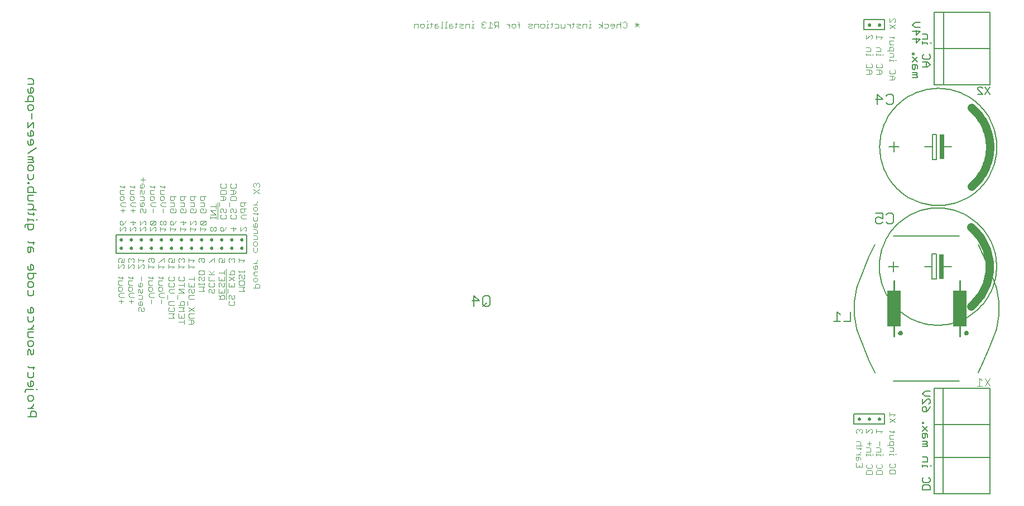
<source format=gbo>
G75*
G70*
%OFA0B0*%
%FSLAX24Y24*%
%IPPOS*%
%LPD*%
%AMOC8*
5,1,8,0,0,1.08239X$1,22.5*
%
%ADD10C,0.0050*%
%ADD11C,0.0040*%
%ADD12C,0.0100*%
%ADD13C,0.0060*%
%ADD14C,0.0070*%
%ADD15C,0.0500*%
%ADD16R,0.0250X0.1500*%
%ADD17R,0.0787X0.2165*%
%ADD18C,0.0138*%
D10*
X064110Y016129D02*
X063817Y016892D01*
X063488Y017641D01*
X063126Y018373D01*
X062024Y018885D02*
X058087Y018885D01*
X056001Y012979D02*
X056294Y012216D01*
X056623Y011467D01*
X056985Y010735D01*
X058087Y010223D02*
X062024Y010223D01*
X061046Y009797D02*
X061046Y003498D01*
X063855Y003498D01*
X063855Y005663D01*
X060509Y005663D01*
X060509Y003498D01*
X061046Y003498D01*
X060262Y003704D02*
X060262Y003929D01*
X060187Y004004D01*
X059887Y004004D01*
X059812Y003929D01*
X059812Y003704D01*
X060262Y003704D01*
X060187Y004164D02*
X059887Y004164D01*
X059812Y004239D01*
X059812Y004390D01*
X059887Y004465D01*
X060187Y004465D02*
X060262Y004390D01*
X060262Y004239D01*
X060187Y004164D01*
X060112Y005085D02*
X060112Y005160D01*
X059812Y005160D01*
X059812Y005085D02*
X059812Y005235D01*
X059812Y005392D02*
X060112Y005392D01*
X060112Y005617D01*
X060037Y005692D01*
X059812Y005692D01*
X059812Y006313D02*
X060112Y006313D01*
X060112Y006388D01*
X060037Y006463D01*
X060112Y006538D01*
X060037Y006613D01*
X059812Y006613D01*
X059812Y006463D02*
X060037Y006463D01*
X059887Y006773D02*
X059962Y006848D01*
X059962Y007073D01*
X060037Y007073D02*
X059812Y007073D01*
X059812Y006848D01*
X059887Y006773D01*
X060112Y006848D02*
X060112Y006998D01*
X060037Y007073D01*
X060112Y007234D02*
X059812Y007534D01*
X059812Y007694D02*
X059812Y007769D01*
X059887Y007769D01*
X059887Y007694D01*
X059812Y007694D01*
X060112Y007534D02*
X059812Y007234D01*
X060509Y007632D02*
X063855Y007632D01*
X063855Y009797D01*
X061046Y009797D01*
X060509Y009797D01*
X060509Y007632D01*
X060509Y005663D01*
X060338Y005160D02*
X060262Y005160D01*
X063855Y005663D02*
X063855Y007632D01*
X060262Y008685D02*
X060187Y008535D01*
X060037Y008385D01*
X060037Y008610D01*
X059962Y008685D01*
X059887Y008685D01*
X059812Y008610D01*
X059812Y008460D01*
X059887Y008385D01*
X060037Y008385D01*
X060187Y008845D02*
X060262Y008920D01*
X060262Y009070D01*
X060187Y009145D01*
X060112Y009145D01*
X059812Y008845D01*
X059812Y009145D01*
X059962Y009305D02*
X059812Y009456D01*
X059962Y009606D01*
X060262Y009606D01*
X060262Y009305D02*
X059962Y009305D01*
X056001Y016129D02*
X056294Y016892D01*
X056623Y017641D01*
X056985Y018373D01*
X064110Y016129D02*
X064175Y015939D01*
X064232Y015746D01*
X064280Y015551D01*
X064319Y015354D01*
X064349Y015155D01*
X064370Y014955D01*
X064383Y014755D01*
X064386Y014554D01*
X056001Y012979D02*
X055936Y013169D01*
X055879Y013362D01*
X055831Y013557D01*
X055792Y013754D01*
X055762Y013953D01*
X055741Y014153D01*
X055728Y014353D01*
X055725Y014554D01*
X064110Y012979D02*
X064175Y013169D01*
X064232Y013362D01*
X064280Y013557D01*
X064319Y013754D01*
X064349Y013953D01*
X064370Y014153D01*
X064383Y014353D01*
X064386Y014554D01*
X056001Y016129D02*
X055936Y015939D01*
X055879Y015746D01*
X055831Y015551D01*
X055792Y015354D01*
X055762Y015155D01*
X055741Y014955D01*
X055728Y014755D01*
X055725Y014554D01*
X063126Y010735D02*
X063488Y011467D01*
X063817Y012216D01*
X064110Y012979D01*
X063852Y027348D02*
X063552Y027798D01*
X063392Y027723D02*
X063317Y027798D01*
X063167Y027798D01*
X063092Y027723D01*
X063092Y027648D01*
X063392Y027348D01*
X063092Y027348D01*
X063552Y027348D02*
X063852Y027798D01*
X063855Y027923D02*
X063855Y030088D01*
X060509Y030088D01*
X060509Y027923D01*
X061071Y027923D01*
X061071Y032254D01*
X060509Y032254D01*
X060509Y030088D01*
X060350Y030435D02*
X060274Y030435D01*
X060124Y030435D02*
X059824Y030435D01*
X059824Y030360D02*
X059824Y030510D01*
X059824Y030667D02*
X060124Y030667D01*
X060124Y030892D01*
X060049Y030967D01*
X059824Y030967D01*
X059674Y031111D02*
X059224Y031111D01*
X059449Y031186D02*
X059449Y030886D01*
X059674Y031111D01*
X059674Y031346D02*
X059374Y031346D01*
X059224Y031497D01*
X059374Y031647D01*
X059674Y031647D01*
X059449Y030726D02*
X059449Y030426D01*
X059674Y030651D01*
X059224Y030651D01*
X060124Y030435D02*
X060124Y030360D01*
X060199Y029740D02*
X060274Y029665D01*
X060274Y029514D01*
X060199Y029439D01*
X059899Y029439D01*
X059824Y029514D01*
X059824Y029665D01*
X059899Y029740D01*
X059524Y029575D02*
X059224Y029275D01*
X059224Y029115D02*
X059224Y028889D01*
X059299Y028814D01*
X059374Y028889D01*
X059374Y029115D01*
X059449Y029115D02*
X059224Y029115D01*
X059449Y029115D02*
X059524Y029040D01*
X059524Y028889D01*
X059449Y028654D02*
X059224Y028654D01*
X059224Y028504D02*
X059449Y028504D01*
X059524Y028579D01*
X059449Y028654D01*
X059449Y028504D02*
X059524Y028429D01*
X059524Y028354D01*
X059224Y028354D01*
X059824Y028979D02*
X060124Y028979D01*
X060274Y029129D01*
X060124Y029279D01*
X059824Y029279D01*
X060049Y029279D02*
X060049Y028979D01*
X059524Y029275D02*
X059224Y029575D01*
X059224Y029735D02*
X059224Y029810D01*
X059299Y029810D01*
X059299Y029735D01*
X059224Y029735D01*
X061071Y027923D02*
X063855Y027923D01*
X063855Y030088D02*
X063855Y032254D01*
X061071Y032254D01*
D11*
X058186Y031842D02*
X058186Y031722D01*
X058126Y031662D01*
X058186Y031533D02*
X057826Y031293D01*
X057826Y031533D02*
X058186Y031293D01*
X058066Y030799D02*
X058066Y030679D01*
X058126Y030739D02*
X057886Y030739D01*
X057826Y030799D01*
X057826Y030551D02*
X058066Y030551D01*
X058066Y030311D02*
X057886Y030311D01*
X057826Y030371D01*
X057826Y030551D01*
X057886Y030183D02*
X057826Y030123D01*
X057826Y029943D01*
X057705Y029943D02*
X058066Y029943D01*
X058066Y030123D01*
X058006Y030183D01*
X057886Y030183D01*
X057826Y029815D02*
X058006Y029815D01*
X058066Y029755D01*
X058066Y029574D01*
X057826Y029574D01*
X057826Y029449D02*
X057826Y029329D01*
X057826Y029389D02*
X058066Y029389D01*
X058066Y029329D01*
X058186Y029389D02*
X058246Y029389D01*
X058126Y028832D02*
X058186Y028772D01*
X058186Y028652D01*
X058126Y028592D01*
X057886Y028592D01*
X057826Y028652D01*
X057826Y028772D01*
X057886Y028832D01*
X057826Y028464D02*
X058066Y028464D01*
X058186Y028344D01*
X058066Y028224D01*
X057826Y028224D01*
X058006Y028224D02*
X058006Y028464D01*
X057411Y028689D02*
X057291Y028809D01*
X057051Y028809D01*
X057111Y028937D02*
X057051Y028997D01*
X057051Y029117D01*
X057111Y029177D01*
X057351Y029177D02*
X057411Y029117D01*
X057411Y028997D01*
X057351Y028937D01*
X057111Y028937D01*
X057231Y028809D02*
X057231Y028569D01*
X057291Y028569D02*
X057411Y028689D01*
X057291Y028569D02*
X057051Y028569D01*
X056811Y028689D02*
X056691Y028809D01*
X056451Y028809D01*
X056511Y028937D02*
X056451Y028997D01*
X056451Y029117D01*
X056511Y029177D01*
X056751Y029177D02*
X056811Y029117D01*
X056811Y028997D01*
X056751Y028937D01*
X056511Y028937D01*
X056631Y028809D02*
X056631Y028569D01*
X056691Y028569D02*
X056811Y028689D01*
X056691Y028569D02*
X056451Y028569D01*
X056451Y029673D02*
X056451Y029794D01*
X056451Y029733D02*
X056691Y029733D01*
X056691Y029673D01*
X056811Y029733D02*
X056871Y029733D01*
X057051Y029733D02*
X057291Y029733D01*
X057291Y029673D01*
X057411Y029733D02*
X057471Y029733D01*
X057291Y029919D02*
X057291Y030099D01*
X057231Y030159D01*
X057051Y030159D01*
X057051Y029919D02*
X057291Y029919D01*
X057051Y029794D02*
X057051Y029673D01*
X056691Y029919D02*
X056691Y030099D01*
X056631Y030159D01*
X056451Y030159D01*
X056451Y029919D02*
X056691Y029919D01*
X056751Y030656D02*
X056811Y030716D01*
X056811Y030836D01*
X056751Y030896D01*
X056691Y030896D01*
X056451Y030656D01*
X056451Y030896D01*
X057051Y030896D02*
X057051Y030656D01*
X057051Y030776D02*
X057411Y030776D01*
X057291Y030656D01*
X057826Y031662D02*
X058066Y031902D01*
X058126Y031902D01*
X058186Y031842D01*
X057826Y031902D02*
X057826Y031662D01*
X042877Y031624D02*
X042637Y031384D01*
X042757Y031384D02*
X042757Y031624D01*
X042637Y031624D02*
X042877Y031384D01*
X042877Y031504D02*
X042637Y031504D01*
X042140Y031624D02*
X042140Y031384D01*
X042080Y031324D01*
X041960Y031324D01*
X041900Y031384D01*
X041772Y031324D02*
X041772Y031684D01*
X041712Y031564D02*
X041592Y031564D01*
X041532Y031504D01*
X041532Y031324D01*
X041404Y031384D02*
X041404Y031504D01*
X041344Y031564D01*
X041223Y031564D01*
X041163Y031504D01*
X041163Y031444D01*
X041404Y031444D01*
X041404Y031384D02*
X041344Y031324D01*
X041223Y031324D01*
X041035Y031384D02*
X040975Y031324D01*
X040795Y031324D01*
X040667Y031324D02*
X040667Y031684D01*
X040795Y031564D02*
X040975Y031564D01*
X041035Y031504D01*
X041035Y031384D01*
X040667Y031444D02*
X040487Y031564D01*
X040667Y031444D02*
X040487Y031324D01*
X039992Y031324D02*
X039872Y031324D01*
X039932Y031324D02*
X039932Y031564D01*
X039992Y031564D01*
X039932Y031684D02*
X039932Y031744D01*
X039746Y031564D02*
X039566Y031564D01*
X039506Y031504D01*
X039506Y031324D01*
X039378Y031324D02*
X039198Y031324D01*
X039138Y031384D01*
X039198Y031444D01*
X039318Y031444D01*
X039378Y031504D01*
X039318Y031564D01*
X039138Y031564D01*
X039010Y031564D02*
X038889Y031564D01*
X038949Y031624D02*
X038949Y031384D01*
X038889Y031324D01*
X038764Y031324D02*
X038764Y031564D01*
X038764Y031444D02*
X038644Y031564D01*
X038584Y031564D01*
X038457Y031564D02*
X038457Y031384D01*
X038397Y031324D01*
X038217Y031324D01*
X038217Y031564D01*
X038089Y031504D02*
X038089Y031384D01*
X038029Y031324D01*
X037849Y031324D01*
X037660Y031384D02*
X037600Y031324D01*
X037660Y031384D02*
X037660Y031624D01*
X037720Y031564D02*
X037600Y031564D01*
X037475Y031564D02*
X037415Y031564D01*
X037415Y031324D01*
X037475Y031324D02*
X037355Y031324D01*
X037229Y031384D02*
X037169Y031324D01*
X037049Y031324D01*
X036989Y031384D01*
X036989Y031504D01*
X037049Y031564D01*
X037169Y031564D01*
X037229Y031504D01*
X037229Y031384D01*
X037415Y031684D02*
X037415Y031744D01*
X037849Y031564D02*
X038029Y031564D01*
X038089Y031504D01*
X036861Y031564D02*
X036861Y031324D01*
X036861Y031564D02*
X036681Y031564D01*
X036621Y031504D01*
X036621Y031324D01*
X036493Y031324D02*
X036313Y031324D01*
X036253Y031384D01*
X036313Y031444D01*
X036433Y031444D01*
X036493Y031504D01*
X036433Y031564D01*
X036253Y031564D01*
X035756Y031504D02*
X035636Y031504D01*
X035511Y031504D02*
X035511Y031384D01*
X035451Y031324D01*
X035330Y031324D01*
X035270Y031384D01*
X035270Y031504D01*
X035330Y031564D01*
X035451Y031564D01*
X035511Y031504D01*
X035636Y031684D02*
X035696Y031624D01*
X035696Y031324D01*
X035142Y031324D02*
X035142Y031564D01*
X035022Y031564D02*
X034962Y031564D01*
X035022Y031564D02*
X035142Y031444D01*
X034467Y031444D02*
X034287Y031444D01*
X034227Y031504D01*
X034227Y031624D01*
X034287Y031684D01*
X034467Y031684D01*
X034467Y031324D01*
X034347Y031444D02*
X034227Y031324D01*
X034099Y031324D02*
X033858Y031324D01*
X033979Y031324D02*
X033979Y031684D01*
X034099Y031564D01*
X033730Y031624D02*
X033670Y031684D01*
X033550Y031684D01*
X033490Y031624D01*
X033490Y031564D01*
X033550Y031504D01*
X033490Y031444D01*
X033490Y031384D01*
X033550Y031324D01*
X033670Y031324D01*
X033730Y031384D01*
X033610Y031504D02*
X033550Y031504D01*
X032994Y031564D02*
X032934Y031564D01*
X032934Y031324D01*
X032994Y031324D02*
X032874Y031324D01*
X032748Y031324D02*
X032748Y031564D01*
X032568Y031564D01*
X032508Y031504D01*
X032508Y031324D01*
X032380Y031324D02*
X032200Y031324D01*
X032140Y031384D01*
X032200Y031444D01*
X032320Y031444D01*
X032380Y031504D01*
X032320Y031564D01*
X032140Y031564D01*
X032012Y031564D02*
X031891Y031564D01*
X031952Y031624D02*
X031952Y031384D01*
X031891Y031324D01*
X031766Y031384D02*
X031706Y031444D01*
X031526Y031444D01*
X031526Y031504D02*
X031526Y031324D01*
X031706Y031324D01*
X031766Y031384D01*
X031706Y031564D02*
X031586Y031564D01*
X031526Y031504D01*
X031398Y031324D02*
X031278Y031324D01*
X031338Y031324D02*
X031338Y031684D01*
X031398Y031684D01*
X031152Y031684D02*
X031092Y031684D01*
X031092Y031324D01*
X031152Y031324D02*
X031032Y031324D01*
X030907Y031384D02*
X030847Y031444D01*
X030666Y031444D01*
X030666Y031504D02*
X030666Y031324D01*
X030847Y031324D01*
X030907Y031384D01*
X030847Y031564D02*
X030726Y031564D01*
X030666Y031504D01*
X030538Y031564D02*
X030418Y031564D01*
X030478Y031624D02*
X030478Y031384D01*
X030418Y031324D01*
X030293Y031324D02*
X030173Y031324D01*
X030233Y031324D02*
X030233Y031564D01*
X030293Y031564D01*
X030233Y031684D02*
X030233Y031744D01*
X030047Y031504D02*
X030047Y031384D01*
X029987Y031324D01*
X029867Y031324D01*
X029807Y031384D01*
X029807Y031504D01*
X029867Y031564D01*
X029987Y031564D01*
X030047Y031504D01*
X029679Y031564D02*
X029679Y031324D01*
X029679Y031564D02*
X029499Y031564D01*
X029439Y031504D01*
X029439Y031324D01*
X032934Y031684D02*
X032934Y031744D01*
X039746Y031564D02*
X039746Y031324D01*
X041712Y031564D02*
X041772Y031504D01*
X041900Y031624D02*
X041960Y031684D01*
X042080Y031684D01*
X042140Y031624D01*
X020193Y021981D02*
X020193Y021861D01*
X020133Y021801D01*
X020193Y021673D02*
X019833Y021432D01*
X019833Y021673D02*
X020193Y021432D01*
X019893Y021801D02*
X019833Y021861D01*
X019833Y021981D01*
X019893Y022041D01*
X019953Y022041D01*
X020013Y021981D01*
X020013Y021921D01*
X020013Y021981D02*
X020073Y022041D01*
X020133Y022041D01*
X020193Y021981D01*
X018818Y021943D02*
X018818Y021823D01*
X018758Y021763D01*
X018518Y021763D01*
X018458Y021823D01*
X018458Y021943D01*
X018518Y022003D01*
X018758Y022003D02*
X018818Y021943D01*
X018698Y021635D02*
X018818Y021515D01*
X018698Y021395D01*
X018458Y021395D01*
X018518Y021267D02*
X018758Y021267D01*
X018818Y021207D01*
X018818Y021027D01*
X018458Y021027D01*
X018458Y021207D01*
X018518Y021267D01*
X018638Y021395D02*
X018638Y021635D01*
X018698Y021635D02*
X018458Y021635D01*
X018218Y021575D02*
X018158Y021635D01*
X017918Y021635D01*
X017858Y021575D01*
X017858Y021395D01*
X018218Y021395D01*
X018218Y021575D01*
X018158Y021763D02*
X017918Y021763D01*
X017858Y021823D01*
X017858Y021943D01*
X017918Y022003D01*
X018158Y022003D02*
X018218Y021943D01*
X018218Y021823D01*
X018158Y021763D01*
X018098Y021267D02*
X017858Y021267D01*
X018038Y021267D02*
X018038Y021027D01*
X018098Y021027D02*
X018218Y021147D01*
X018098Y021267D01*
X018098Y021027D02*
X017858Y021027D01*
X017798Y020898D02*
X017798Y020658D01*
X017918Y020530D02*
X017858Y020470D01*
X017858Y020350D01*
X017918Y020290D01*
X017918Y020162D02*
X017858Y020102D01*
X017858Y019982D01*
X017918Y019922D01*
X018158Y019922D01*
X018218Y019982D01*
X018218Y020102D01*
X018158Y020162D01*
X018158Y020290D02*
X018098Y020290D01*
X018038Y020350D01*
X018038Y020470D01*
X017978Y020530D01*
X017918Y020530D01*
X018158Y020530D02*
X018218Y020470D01*
X018218Y020350D01*
X018158Y020290D01*
X018458Y020350D02*
X018518Y020290D01*
X018458Y020350D02*
X018458Y020470D01*
X018518Y020530D01*
X018578Y020530D01*
X018638Y020470D01*
X018638Y020350D01*
X018698Y020290D01*
X018758Y020290D01*
X018818Y020350D01*
X018818Y020470D01*
X018758Y020530D01*
X019058Y020530D02*
X019058Y020350D01*
X019118Y020290D01*
X019238Y020290D01*
X019298Y020350D01*
X019298Y020530D01*
X019418Y020530D02*
X019058Y020530D01*
X019118Y020658D02*
X019238Y020658D01*
X019298Y020718D01*
X019298Y020898D01*
X019418Y020898D02*
X019058Y020898D01*
X019058Y020718D01*
X019118Y020658D01*
X019178Y020162D02*
X019418Y020162D01*
X019178Y020162D02*
X019058Y020042D01*
X019178Y019922D01*
X019418Y019922D01*
X019833Y019835D02*
X019833Y020015D01*
X019833Y019835D02*
X019893Y019775D01*
X020013Y019775D01*
X020073Y019835D01*
X020073Y020015D01*
X020073Y020143D02*
X020073Y020263D01*
X020133Y020203D02*
X019893Y020203D01*
X019833Y020263D01*
X019893Y020389D02*
X019833Y020449D01*
X019833Y020569D01*
X019893Y020629D01*
X020013Y020629D01*
X020073Y020569D01*
X020073Y020449D01*
X020013Y020389D01*
X019893Y020389D01*
X019953Y020757D02*
X020073Y020877D01*
X020073Y020937D01*
X020073Y020757D02*
X019833Y020757D01*
X018818Y020102D02*
X018818Y019982D01*
X018758Y019922D01*
X018518Y019922D01*
X018458Y019982D01*
X018458Y020102D01*
X018518Y020162D01*
X018758Y020162D02*
X018818Y020102D01*
X018398Y020658D02*
X018398Y020898D01*
X017698Y020884D02*
X017698Y019902D01*
X017618Y019922D02*
X017618Y020042D01*
X017618Y019982D02*
X017258Y019982D01*
X017258Y019922D02*
X017258Y020042D01*
X017258Y020167D02*
X017618Y020167D01*
X017258Y020407D01*
X017618Y020407D01*
X017618Y020535D02*
X017618Y020776D01*
X017618Y020656D02*
X017258Y020656D01*
X017018Y020470D02*
X017018Y020350D01*
X016958Y020290D01*
X016718Y020290D01*
X016658Y020350D01*
X016658Y020470D01*
X016718Y020530D01*
X016838Y020530D01*
X016838Y020410D01*
X016958Y020530D02*
X017018Y020470D01*
X016898Y020658D02*
X016898Y020838D01*
X016838Y020898D01*
X016658Y020898D01*
X016718Y021027D02*
X016838Y021027D01*
X016898Y021087D01*
X016898Y021267D01*
X017018Y021267D02*
X016658Y021267D01*
X016658Y021087D01*
X016718Y021027D01*
X016658Y020658D02*
X016898Y020658D01*
X016418Y020470D02*
X016418Y020350D01*
X016358Y020290D01*
X016118Y020290D01*
X016058Y020350D01*
X016058Y020470D01*
X016118Y020530D01*
X016238Y020530D01*
X016238Y020410D01*
X016358Y020530D02*
X016418Y020470D01*
X016298Y020658D02*
X016298Y020838D01*
X016238Y020898D01*
X016058Y020898D01*
X016118Y021027D02*
X016238Y021027D01*
X016298Y021087D01*
X016298Y021267D01*
X016418Y021267D02*
X016058Y021267D01*
X016058Y021087D01*
X016118Y021027D01*
X016058Y020658D02*
X016298Y020658D01*
X015818Y020470D02*
X015818Y020350D01*
X015758Y020290D01*
X015518Y020290D01*
X015458Y020350D01*
X015458Y020470D01*
X015518Y020530D01*
X015638Y020530D01*
X015638Y020410D01*
X015758Y020530D02*
X015818Y020470D01*
X015698Y020658D02*
X015698Y020838D01*
X015638Y020898D01*
X015458Y020898D01*
X015518Y021027D02*
X015638Y021027D01*
X015698Y021087D01*
X015698Y021267D01*
X015818Y021267D02*
X015458Y021267D01*
X015458Y021087D01*
X015518Y021027D01*
X015458Y020658D02*
X015698Y020658D01*
X015218Y020470D02*
X015218Y020350D01*
X015158Y020290D01*
X014918Y020290D01*
X014858Y020350D01*
X014858Y020470D01*
X014918Y020530D01*
X015038Y020530D01*
X015038Y020410D01*
X015158Y020530D02*
X015218Y020470D01*
X015098Y020658D02*
X015098Y020838D01*
X015038Y020898D01*
X014858Y020898D01*
X014918Y021027D02*
X014858Y021087D01*
X014858Y021267D01*
X015218Y021267D01*
X015098Y021267D02*
X015098Y021087D01*
X015038Y021027D01*
X014918Y021027D01*
X014618Y020898D02*
X014378Y020898D01*
X014258Y020778D01*
X014378Y020658D01*
X014618Y020658D01*
X014438Y020530D02*
X014438Y020290D01*
X014498Y019793D02*
X014438Y019733D01*
X014438Y019613D01*
X014498Y019553D01*
X014558Y019553D01*
X014618Y019613D01*
X014618Y019733D01*
X014558Y019793D01*
X014498Y019793D01*
X014438Y019733D02*
X014378Y019793D01*
X014318Y019793D01*
X014258Y019733D01*
X014258Y019613D01*
X014318Y019553D01*
X014378Y019553D01*
X014438Y019613D01*
X014258Y019425D02*
X014258Y019185D01*
X014258Y019305D02*
X014618Y019305D01*
X014498Y019185D01*
X014858Y019185D02*
X014858Y019425D01*
X014858Y019305D02*
X015218Y019305D01*
X015098Y019185D01*
X015458Y019185D02*
X015458Y019425D01*
X015458Y019305D02*
X015818Y019305D01*
X015698Y019185D01*
X016058Y019185D02*
X016058Y019425D01*
X016058Y019305D02*
X016418Y019305D01*
X016298Y019185D01*
X016658Y019185D02*
X016658Y019425D01*
X016658Y019305D02*
X017018Y019305D01*
X016898Y019185D01*
X017258Y019245D02*
X017318Y019185D01*
X017378Y019185D01*
X017438Y019245D01*
X017438Y019365D01*
X017378Y019425D01*
X017318Y019425D01*
X017258Y019365D01*
X017258Y019245D01*
X017438Y019245D02*
X017498Y019185D01*
X017558Y019185D01*
X017618Y019245D01*
X017618Y019365D01*
X017558Y019425D01*
X017498Y019425D01*
X017438Y019365D01*
X017858Y019365D02*
X017858Y019245D01*
X017918Y019185D01*
X018038Y019185D01*
X018038Y019365D01*
X017978Y019425D01*
X017918Y019425D01*
X017858Y019365D01*
X018038Y019185D02*
X018158Y019305D01*
X018218Y019425D01*
X018458Y019365D02*
X018818Y019365D01*
X018638Y019185D01*
X018638Y019425D01*
X019058Y019425D02*
X019058Y019185D01*
X019298Y019425D01*
X019358Y019425D01*
X019418Y019365D01*
X019418Y019245D01*
X019358Y019185D01*
X019833Y019279D02*
X020013Y019279D01*
X020073Y019219D01*
X020073Y019038D01*
X019833Y019038D01*
X019833Y018910D02*
X020013Y018910D01*
X020073Y018850D01*
X020073Y018670D01*
X019833Y018670D01*
X019893Y018542D02*
X020013Y018542D01*
X020073Y018482D01*
X020073Y018362D01*
X020013Y018302D01*
X019893Y018302D01*
X019833Y018362D01*
X019833Y018482D01*
X019893Y018542D01*
X019833Y018174D02*
X019833Y017994D01*
X019893Y017933D01*
X020013Y017933D01*
X020073Y017994D01*
X020073Y018174D01*
X020073Y017438D02*
X020073Y017378D01*
X019953Y017258D01*
X019833Y017258D02*
X020073Y017258D01*
X020013Y017130D02*
X020073Y017070D01*
X020073Y016950D01*
X020013Y016890D01*
X019893Y016890D01*
X019833Y016950D01*
X019833Y017070D01*
X019953Y017130D02*
X019953Y016890D01*
X019893Y016762D02*
X020073Y016762D01*
X019893Y016762D02*
X019833Y016702D01*
X019893Y016642D01*
X019833Y016582D01*
X019893Y016522D01*
X020073Y016522D01*
X020013Y016393D02*
X020073Y016333D01*
X020073Y016213D01*
X020013Y016153D01*
X019893Y016153D01*
X019833Y016213D01*
X019833Y016333D01*
X019893Y016393D01*
X020013Y016393D01*
X020013Y016025D02*
X019953Y015965D01*
X019953Y015785D01*
X019833Y015785D02*
X020193Y015785D01*
X020193Y015965D01*
X020133Y016025D01*
X020013Y016025D01*
X019318Y016026D02*
X019258Y015966D01*
X019018Y015966D01*
X018958Y016026D01*
X018958Y016146D01*
X019018Y016206D01*
X019258Y016206D01*
X019318Y016146D01*
X019318Y016026D01*
X019318Y015838D02*
X018958Y015838D01*
X018718Y015843D02*
X018718Y016084D01*
X018718Y016212D02*
X018358Y016452D01*
X018358Y016580D02*
X018718Y016580D01*
X018718Y016760D01*
X018658Y016820D01*
X018538Y016820D01*
X018478Y016760D01*
X018478Y016580D01*
X018718Y016452D02*
X018358Y016212D01*
X018358Y016084D02*
X018358Y015843D01*
X018718Y015843D01*
X018538Y015843D02*
X018538Y015963D01*
X018298Y015715D02*
X018298Y015475D01*
X018418Y015347D02*
X018358Y015287D01*
X018358Y015167D01*
X018418Y015107D01*
X018418Y014979D02*
X018358Y014919D01*
X018358Y014798D01*
X018418Y014738D01*
X018658Y014738D01*
X018718Y014798D01*
X018718Y014919D01*
X018658Y014979D01*
X018658Y015107D02*
X018598Y015107D01*
X018538Y015167D01*
X018538Y015287D01*
X018478Y015347D01*
X018418Y015347D01*
X018658Y015347D02*
X018718Y015287D01*
X018718Y015167D01*
X018658Y015107D01*
X018198Y015087D02*
X018198Y016928D01*
X018118Y016820D02*
X018118Y016580D01*
X018118Y016700D02*
X017758Y016700D01*
X017758Y016452D02*
X017758Y016212D01*
X018118Y016212D01*
X018118Y016452D01*
X017938Y016332D02*
X017938Y016212D01*
X017878Y016084D02*
X017818Y016084D01*
X017758Y016024D01*
X017758Y015903D01*
X017818Y015843D01*
X017938Y015903D02*
X017938Y016024D01*
X017878Y016084D01*
X018058Y016084D02*
X018118Y016024D01*
X018118Y015903D01*
X018058Y015843D01*
X017998Y015843D01*
X017938Y015903D01*
X018118Y015715D02*
X018118Y015475D01*
X017758Y015475D01*
X017758Y015715D01*
X017938Y015595D02*
X017938Y015475D01*
X017938Y015347D02*
X017878Y015287D01*
X017878Y015107D01*
X017878Y015227D02*
X017758Y015347D01*
X017938Y015347D02*
X018058Y015347D01*
X018118Y015287D01*
X018118Y015107D01*
X017758Y015107D01*
X017458Y015475D02*
X017398Y015475D01*
X017338Y015535D01*
X017338Y015655D01*
X017278Y015715D01*
X017218Y015715D01*
X017158Y015655D01*
X017158Y015535D01*
X017218Y015475D01*
X017458Y015475D02*
X017518Y015535D01*
X017518Y015655D01*
X017458Y015715D01*
X017458Y015843D02*
X017218Y015843D01*
X017158Y015903D01*
X017158Y016024D01*
X017218Y016084D01*
X017158Y016212D02*
X017158Y016452D01*
X017158Y016580D02*
X017518Y016580D01*
X017338Y016640D02*
X017158Y016820D01*
X016918Y016760D02*
X016858Y016820D01*
X016618Y016820D01*
X016558Y016760D01*
X016558Y016640D01*
X016618Y016580D01*
X016858Y016580D01*
X016918Y016640D01*
X016918Y016760D01*
X016858Y016452D02*
X016918Y016392D01*
X016918Y016272D01*
X016858Y016212D01*
X016798Y016212D01*
X016738Y016272D01*
X016738Y016392D01*
X016678Y016452D01*
X016618Y016452D01*
X016558Y016392D01*
X016558Y016272D01*
X016618Y016212D01*
X016558Y016086D02*
X016558Y015966D01*
X016558Y016026D02*
X016918Y016026D01*
X016918Y015966D02*
X016918Y016086D01*
X016918Y015838D02*
X016558Y015838D01*
X016318Y015843D02*
X015958Y015843D01*
X015958Y016084D01*
X016138Y015963D02*
X016138Y015843D01*
X016078Y015715D02*
X016018Y015715D01*
X015958Y015655D01*
X015958Y015535D01*
X016018Y015475D01*
X016018Y015347D02*
X016318Y015347D01*
X016258Y015475D02*
X016198Y015475D01*
X016138Y015535D01*
X016138Y015655D01*
X016078Y015715D01*
X016258Y015715D02*
X016318Y015655D01*
X016318Y015535D01*
X016258Y015475D01*
X016018Y015347D02*
X015958Y015287D01*
X015958Y015167D01*
X016018Y015107D01*
X016318Y015107D01*
X015898Y014979D02*
X015898Y014738D01*
X015958Y014610D02*
X016318Y014370D01*
X016318Y014242D02*
X016018Y014242D01*
X015958Y014182D01*
X015958Y014062D01*
X016018Y014002D01*
X016318Y014002D01*
X016198Y013874D02*
X015958Y013874D01*
X016138Y013874D02*
X016138Y013633D01*
X016198Y013633D02*
X015958Y013633D01*
X016198Y013633D02*
X016318Y013754D01*
X016198Y013874D01*
X015718Y013874D02*
X015718Y013633D01*
X015718Y013754D02*
X015358Y013754D01*
X015358Y014002D02*
X015358Y014242D01*
X015358Y014370D02*
X015718Y014370D01*
X015598Y014490D01*
X015718Y014610D01*
X015358Y014610D01*
X015358Y014738D02*
X015718Y014738D01*
X015718Y014919D01*
X015658Y014979D01*
X015538Y014979D01*
X015478Y014919D01*
X015478Y014738D01*
X015118Y014738D02*
X014818Y014738D01*
X014758Y014798D01*
X014758Y014919D01*
X014818Y014979D01*
X015118Y014979D01*
X015298Y015107D02*
X015298Y015347D01*
X015358Y015475D02*
X015718Y015475D01*
X015358Y015715D01*
X015718Y015715D01*
X015718Y015843D02*
X015718Y016084D01*
X015718Y015963D02*
X015358Y015963D01*
X015118Y016024D02*
X015118Y015903D01*
X015058Y015843D01*
X014818Y015843D01*
X014758Y015903D01*
X014758Y016024D01*
X014818Y016084D01*
X014818Y016212D02*
X014758Y016272D01*
X014758Y016392D01*
X014818Y016452D01*
X015058Y016452D02*
X015118Y016392D01*
X015118Y016272D01*
X015058Y016212D01*
X014818Y016212D01*
X015058Y016084D02*
X015118Y016024D01*
X015118Y015715D02*
X014878Y015715D01*
X014758Y015595D01*
X014878Y015475D01*
X015118Y015475D01*
X014698Y015347D02*
X014698Y015107D01*
X014518Y015230D02*
X014278Y015230D01*
X014158Y015350D01*
X014278Y015470D01*
X014518Y015470D01*
X014338Y015598D02*
X014218Y015598D01*
X014158Y015658D01*
X014158Y015778D01*
X014218Y015838D01*
X014338Y015838D01*
X014398Y015778D01*
X014398Y015658D01*
X014338Y015598D01*
X014398Y015966D02*
X014218Y015966D01*
X014158Y016026D01*
X014158Y016206D01*
X014398Y016206D01*
X014398Y016334D02*
X014398Y016455D01*
X014458Y016395D02*
X014218Y016395D01*
X014158Y016455D01*
X013858Y016395D02*
X013618Y016395D01*
X013558Y016455D01*
X013798Y016455D02*
X013798Y016334D01*
X013798Y016206D02*
X013558Y016206D01*
X013558Y016026D01*
X013618Y015966D01*
X013798Y015966D01*
X013738Y015838D02*
X013798Y015778D01*
X013798Y015658D01*
X013738Y015598D01*
X013618Y015598D01*
X013558Y015658D01*
X013558Y015778D01*
X013618Y015838D01*
X013738Y015838D01*
X013678Y015470D02*
X013558Y015350D01*
X013678Y015230D01*
X013918Y015230D01*
X013738Y015101D02*
X013738Y014861D01*
X013318Y014550D02*
X013318Y014430D01*
X013258Y014370D01*
X013198Y014370D01*
X013138Y014430D01*
X013138Y014550D01*
X013078Y014610D01*
X013018Y014610D01*
X012958Y014550D01*
X012958Y014430D01*
X013018Y014370D01*
X013258Y014610D02*
X013318Y014550D01*
X013138Y014738D02*
X013198Y014798D01*
X013198Y014919D01*
X013138Y014979D01*
X013078Y014979D01*
X013078Y014738D01*
X013018Y014738D02*
X013138Y014738D01*
X013018Y014738D02*
X012958Y014798D01*
X012958Y014919D01*
X012958Y015107D02*
X013198Y015107D01*
X013198Y015287D01*
X013138Y015347D01*
X012958Y015347D01*
X012958Y015475D02*
X012958Y015655D01*
X013018Y015715D01*
X013078Y015655D01*
X013078Y015535D01*
X013138Y015475D01*
X013198Y015535D01*
X013198Y015715D01*
X013138Y015843D02*
X013198Y015903D01*
X013198Y016024D01*
X013138Y016084D01*
X013078Y016084D01*
X013078Y015843D01*
X013018Y015843D02*
X013138Y015843D01*
X013018Y015843D02*
X012958Y015903D01*
X012958Y016024D01*
X013138Y016212D02*
X013138Y016452D01*
X012658Y016395D02*
X012418Y016395D01*
X012358Y016455D01*
X012598Y016455D02*
X012598Y016334D01*
X012598Y016206D02*
X012358Y016206D01*
X012358Y016026D01*
X012418Y015966D01*
X012598Y015966D01*
X012538Y015838D02*
X012598Y015778D01*
X012598Y015658D01*
X012538Y015598D01*
X012418Y015598D01*
X012358Y015658D01*
X012358Y015778D01*
X012418Y015838D01*
X012538Y015838D01*
X012478Y015470D02*
X012718Y015470D01*
X012478Y015470D02*
X012358Y015350D01*
X012478Y015230D01*
X012718Y015230D01*
X012538Y015101D02*
X012538Y014861D01*
X012658Y014981D02*
X012418Y014981D01*
X012058Y014981D02*
X011818Y014981D01*
X011938Y014861D02*
X011938Y015101D01*
X011878Y015230D02*
X011758Y015350D01*
X011878Y015470D01*
X012118Y015470D01*
X011938Y015598D02*
X011818Y015598D01*
X011758Y015658D01*
X011758Y015778D01*
X011818Y015838D01*
X011938Y015838D01*
X011998Y015778D01*
X011998Y015658D01*
X011938Y015598D01*
X011998Y015966D02*
X011818Y015966D01*
X011758Y016026D01*
X011758Y016206D01*
X011998Y016206D01*
X011998Y016334D02*
X011998Y016455D01*
X012058Y016395D02*
X011818Y016395D01*
X011758Y016455D01*
X011758Y016948D02*
X011998Y017189D01*
X012058Y017189D01*
X012118Y017128D01*
X012118Y017008D01*
X012058Y016948D01*
X012358Y016948D02*
X012598Y017189D01*
X012658Y017189D01*
X012718Y017128D01*
X012718Y017008D01*
X012658Y016948D01*
X012958Y016948D02*
X013198Y017189D01*
X013258Y017189D01*
X013318Y017128D01*
X013318Y017008D01*
X013258Y016948D01*
X013558Y016948D02*
X013558Y017189D01*
X013558Y017068D02*
X013918Y017068D01*
X013798Y016948D01*
X014158Y016948D02*
X014158Y017189D01*
X014158Y017068D02*
X014518Y017068D01*
X014398Y016948D01*
X014758Y016948D02*
X014758Y017189D01*
X014758Y017068D02*
X015118Y017068D01*
X014998Y016948D01*
X015358Y016948D02*
X015358Y017189D01*
X015358Y017068D02*
X015718Y017068D01*
X015598Y016948D01*
X015958Y016948D02*
X015958Y017189D01*
X015958Y017068D02*
X016318Y017068D01*
X016198Y016948D01*
X016198Y017317D02*
X016318Y017437D01*
X015958Y017437D01*
X015958Y017317D02*
X015958Y017557D01*
X015718Y017497D02*
X015658Y017557D01*
X015598Y017557D01*
X015538Y017497D01*
X015478Y017557D01*
X015418Y017557D01*
X015358Y017497D01*
X015358Y017377D01*
X015418Y017317D01*
X015538Y017437D02*
X015538Y017497D01*
X015718Y017497D02*
X015718Y017377D01*
X015658Y017317D01*
X015118Y017317D02*
X015118Y017557D01*
X014998Y017497D02*
X014938Y017557D01*
X014818Y017557D01*
X014758Y017497D01*
X014758Y017377D01*
X014818Y017317D01*
X014938Y017317D02*
X014998Y017437D01*
X014998Y017497D01*
X014938Y017317D02*
X015118Y017317D01*
X014518Y017317D02*
X014518Y017557D01*
X014458Y017557D01*
X014218Y017317D01*
X014158Y017317D01*
X013918Y017377D02*
X013858Y017317D01*
X013798Y017317D01*
X013738Y017377D01*
X013738Y017557D01*
X013858Y017557D02*
X013918Y017497D01*
X013918Y017377D01*
X013858Y017557D02*
X013618Y017557D01*
X013558Y017497D01*
X013558Y017377D01*
X013618Y017317D01*
X013318Y017437D02*
X012958Y017437D01*
X012958Y017317D02*
X012958Y017557D01*
X012718Y017497D02*
X012718Y017377D01*
X012658Y017317D01*
X012538Y017437D02*
X012538Y017497D01*
X012478Y017557D01*
X012418Y017557D01*
X012358Y017497D01*
X012358Y017377D01*
X012418Y017317D01*
X012358Y017189D02*
X012358Y016948D01*
X012118Y017317D02*
X011938Y017317D01*
X011998Y017437D01*
X011998Y017497D01*
X011938Y017557D01*
X011818Y017557D01*
X011758Y017497D01*
X011758Y017377D01*
X011818Y017317D01*
X011758Y017189D02*
X011758Y016948D01*
X012118Y017317D02*
X012118Y017557D01*
X012538Y017497D02*
X012598Y017557D01*
X012658Y017557D01*
X012718Y017497D01*
X012958Y017189D02*
X012958Y016948D01*
X013198Y017317D02*
X013318Y017437D01*
X015358Y016392D02*
X015418Y016452D01*
X015358Y016392D02*
X015358Y016272D01*
X015418Y016212D01*
X015658Y016212D01*
X015718Y016272D01*
X015718Y016392D01*
X015658Y016452D01*
X015958Y016332D02*
X016318Y016332D01*
X016318Y016212D02*
X016318Y016452D01*
X016318Y016084D02*
X016318Y015843D01*
X016558Y015598D02*
X016918Y015598D01*
X016798Y015718D01*
X016918Y015838D01*
X017158Y016212D02*
X017518Y016212D01*
X017458Y016084D02*
X017518Y016024D01*
X017518Y015903D01*
X017458Y015843D01*
X017278Y016580D02*
X017518Y016820D01*
X017518Y017317D02*
X017518Y017557D01*
X017458Y017557D01*
X017218Y017317D01*
X017158Y017317D01*
X016918Y017377D02*
X016858Y017317D01*
X016798Y017317D01*
X016738Y017377D01*
X016738Y017557D01*
X016618Y017557D02*
X016858Y017557D01*
X016918Y017497D01*
X016918Y017377D01*
X016618Y017317D02*
X016558Y017377D01*
X016558Y017497D01*
X016618Y017557D01*
X017758Y017497D02*
X017758Y017377D01*
X017818Y017317D01*
X017938Y017317D02*
X017998Y017437D01*
X017998Y017497D01*
X017938Y017557D01*
X017818Y017557D01*
X017758Y017497D01*
X017938Y017317D02*
X018118Y017317D01*
X018118Y017557D01*
X018358Y017497D02*
X018358Y017377D01*
X018418Y017317D01*
X018538Y017437D02*
X018538Y017497D01*
X018478Y017557D01*
X018418Y017557D01*
X018358Y017497D01*
X018538Y017497D02*
X018598Y017557D01*
X018658Y017557D01*
X018718Y017497D01*
X018718Y017377D01*
X018658Y017317D01*
X018958Y017317D02*
X018958Y017557D01*
X018958Y017437D02*
X019318Y017437D01*
X019198Y017317D01*
X019318Y016823D02*
X019318Y016703D01*
X019318Y016763D02*
X018958Y016763D01*
X018958Y016703D02*
X018958Y016823D01*
X019018Y016575D02*
X018958Y016515D01*
X018958Y016395D01*
X019018Y016334D01*
X019138Y016395D02*
X019138Y016515D01*
X019078Y016575D01*
X019018Y016575D01*
X019138Y016395D02*
X019198Y016334D01*
X019258Y016334D01*
X019318Y016395D01*
X019318Y016515D01*
X019258Y016575D01*
X019318Y015838D02*
X019198Y015718D01*
X019318Y015598D01*
X018958Y015598D01*
X019953Y017130D02*
X020013Y017130D01*
X020013Y019407D02*
X020073Y019467D01*
X020073Y019587D01*
X020013Y019647D01*
X019953Y019647D01*
X019953Y019407D01*
X019893Y019407D02*
X020013Y019407D01*
X019893Y019407D02*
X019833Y019467D01*
X019833Y019587D01*
X017018Y019613D02*
X017018Y019733D01*
X016958Y019793D01*
X016718Y019553D01*
X016658Y019613D01*
X016658Y019733D01*
X016718Y019793D01*
X016958Y019793D01*
X017018Y019613D02*
X016958Y019553D01*
X016718Y019553D01*
X016418Y019613D02*
X016358Y019553D01*
X016418Y019613D02*
X016418Y019733D01*
X016358Y019793D01*
X016298Y019793D01*
X016058Y019553D01*
X016058Y019793D01*
X015818Y019733D02*
X015638Y019553D01*
X015638Y019793D01*
X015458Y019733D02*
X015818Y019733D01*
X015218Y019793D02*
X015158Y019673D01*
X015038Y019553D01*
X015038Y019733D01*
X014978Y019793D01*
X014918Y019793D01*
X014858Y019733D01*
X014858Y019613D01*
X014918Y019553D01*
X015038Y019553D01*
X014018Y019613D02*
X014018Y019733D01*
X013958Y019793D01*
X013718Y019553D01*
X013658Y019613D01*
X013658Y019733D01*
X013718Y019793D01*
X013958Y019793D01*
X014018Y019613D02*
X013958Y019553D01*
X013718Y019553D01*
X013658Y019425D02*
X013658Y019185D01*
X013898Y019425D01*
X013958Y019425D01*
X014018Y019365D01*
X014018Y019245D01*
X013958Y019185D01*
X013418Y019245D02*
X013418Y019365D01*
X013358Y019425D01*
X013298Y019425D01*
X013058Y019185D01*
X013058Y019425D01*
X013058Y019553D02*
X013298Y019793D01*
X013358Y019793D01*
X013418Y019733D01*
X013418Y019613D01*
X013358Y019553D01*
X013058Y019553D02*
X013058Y019793D01*
X012818Y019733D02*
X012638Y019553D01*
X012638Y019793D01*
X012458Y019733D02*
X012818Y019733D01*
X012758Y019425D02*
X012818Y019365D01*
X012818Y019245D01*
X012758Y019185D01*
X012758Y019425D02*
X012698Y019425D01*
X012458Y019185D01*
X012458Y019425D01*
X012218Y019365D02*
X012218Y019245D01*
X012158Y019185D01*
X012218Y019365D02*
X012158Y019425D01*
X012098Y019425D01*
X011858Y019185D01*
X011858Y019425D01*
X011918Y019553D02*
X011858Y019613D01*
X011858Y019733D01*
X011918Y019793D01*
X011978Y019793D01*
X012038Y019733D01*
X012038Y019553D01*
X011918Y019553D01*
X012038Y019553D02*
X012158Y019673D01*
X012218Y019793D01*
X012038Y020290D02*
X012038Y020530D01*
X011978Y020658D02*
X011858Y020778D01*
X011978Y020898D01*
X012218Y020898D01*
X012038Y021027D02*
X011918Y021027D01*
X011858Y021087D01*
X011858Y021207D01*
X011918Y021267D01*
X012038Y021267D01*
X012098Y021207D01*
X012098Y021087D01*
X012038Y021027D01*
X012098Y021395D02*
X011918Y021395D01*
X011858Y021455D01*
X011858Y021635D01*
X012098Y021635D01*
X012098Y021763D02*
X012098Y021883D01*
X012158Y021823D02*
X011918Y021823D01*
X011858Y021883D01*
X012458Y021883D02*
X012518Y021823D01*
X012758Y021823D01*
X012698Y021763D02*
X012698Y021883D01*
X012698Y021635D02*
X012458Y021635D01*
X012458Y021455D01*
X012518Y021395D01*
X012698Y021395D01*
X012638Y021267D02*
X012698Y021207D01*
X012698Y021087D01*
X012638Y021027D01*
X012518Y021027D01*
X012458Y021087D01*
X012458Y021207D01*
X012518Y021267D01*
X012638Y021267D01*
X012578Y020898D02*
X012818Y020898D01*
X012818Y020658D02*
X012578Y020658D01*
X012458Y020778D01*
X012578Y020898D01*
X012638Y020530D02*
X012638Y020290D01*
X012758Y020410D02*
X012518Y020410D01*
X012158Y020410D02*
X011918Y020410D01*
X011978Y020658D02*
X012218Y020658D01*
X013058Y020718D02*
X013118Y020658D01*
X013238Y020658D01*
X013298Y020718D01*
X013298Y020838D01*
X013238Y020898D01*
X013178Y020898D01*
X013178Y020658D01*
X013178Y020530D02*
X013118Y020530D01*
X013058Y020470D01*
X013058Y020350D01*
X013118Y020290D01*
X013238Y020350D02*
X013238Y020470D01*
X013178Y020530D01*
X013358Y020530D02*
X013418Y020470D01*
X013418Y020350D01*
X013358Y020290D01*
X013298Y020290D01*
X013238Y020350D01*
X013058Y020718D02*
X013058Y020838D01*
X013058Y021027D02*
X013298Y021027D01*
X013298Y021207D01*
X013238Y021267D01*
X013058Y021267D01*
X013058Y021395D02*
X013058Y021575D01*
X013118Y021635D01*
X013178Y021575D01*
X013178Y021455D01*
X013238Y021395D01*
X013298Y021455D01*
X013298Y021635D01*
X013238Y021763D02*
X013298Y021823D01*
X013298Y021943D01*
X013238Y022003D01*
X013178Y022003D01*
X013178Y021763D01*
X013118Y021763D02*
X013238Y021763D01*
X013118Y021763D02*
X013058Y021823D01*
X013058Y021943D01*
X013238Y022131D02*
X013238Y022372D01*
X013358Y022252D02*
X013118Y022252D01*
X013658Y021883D02*
X013718Y021823D01*
X013958Y021823D01*
X013898Y021763D02*
X013898Y021883D01*
X013898Y021635D02*
X013658Y021635D01*
X013658Y021455D01*
X013718Y021395D01*
X013898Y021395D01*
X013838Y021267D02*
X013898Y021207D01*
X013898Y021087D01*
X013838Y021027D01*
X013718Y021027D01*
X013658Y021087D01*
X013658Y021207D01*
X013718Y021267D01*
X013838Y021267D01*
X013778Y020898D02*
X014018Y020898D01*
X014018Y020658D02*
X013778Y020658D01*
X013658Y020778D01*
X013778Y020898D01*
X013838Y020530D02*
X013838Y020290D01*
X014858Y020658D02*
X015098Y020658D01*
X014498Y021087D02*
X014438Y021027D01*
X014318Y021027D01*
X014258Y021087D01*
X014258Y021207D01*
X014318Y021267D01*
X014438Y021267D01*
X014498Y021207D01*
X014498Y021087D01*
X014498Y021395D02*
X014318Y021395D01*
X014258Y021455D01*
X014258Y021635D01*
X014498Y021635D01*
X014498Y021763D02*
X014498Y021883D01*
X014558Y021823D02*
X014318Y021823D01*
X014258Y021883D01*
X013418Y019245D02*
X013358Y019185D01*
X013678Y015470D02*
X013918Y015470D01*
X014338Y015101D02*
X014338Y014861D01*
X014758Y014550D02*
X014818Y014610D01*
X014758Y014550D02*
X014758Y014430D01*
X014818Y014370D01*
X015058Y014370D01*
X015118Y014430D01*
X015118Y014550D01*
X015058Y014610D01*
X015118Y014242D02*
X014758Y014242D01*
X014758Y014002D02*
X015118Y014002D01*
X014998Y014122D01*
X015118Y014242D01*
X015358Y014002D02*
X015718Y014002D01*
X015718Y014242D01*
X015538Y014122D02*
X015538Y014002D01*
X015958Y014370D02*
X016318Y014610D01*
X012118Y015230D02*
X011878Y015230D01*
X055851Y007286D02*
X055851Y007166D01*
X055911Y007106D01*
X056031Y007226D02*
X056031Y007286D01*
X055971Y007346D01*
X055911Y007346D01*
X055851Y007286D01*
X056031Y007286D02*
X056091Y007346D01*
X056151Y007346D01*
X056211Y007286D01*
X056211Y007166D01*
X056151Y007106D01*
X056451Y007106D02*
X056691Y007346D01*
X056751Y007346D01*
X056811Y007286D01*
X056811Y007166D01*
X056751Y007106D01*
X057051Y007106D02*
X057051Y007346D01*
X057051Y007226D02*
X057411Y007226D01*
X057291Y007106D01*
X057231Y006609D02*
X057231Y006369D01*
X057231Y006241D02*
X057051Y006241D01*
X057231Y006241D02*
X057291Y006181D01*
X057291Y006001D01*
X057051Y006001D01*
X057051Y005875D02*
X057051Y005755D01*
X057051Y005815D02*
X057291Y005815D01*
X057291Y005755D01*
X057411Y005815D02*
X057471Y005815D01*
X057826Y005839D02*
X058066Y005839D01*
X058066Y005779D01*
X058186Y005839D02*
X058246Y005839D01*
X058066Y006024D02*
X058066Y006205D01*
X058006Y006265D01*
X057826Y006265D01*
X057826Y006393D02*
X057826Y006573D01*
X057886Y006633D01*
X058006Y006633D01*
X058066Y006573D01*
X058066Y006393D01*
X057705Y006393D01*
X057826Y006024D02*
X058066Y006024D01*
X057826Y005899D02*
X057826Y005779D01*
X057886Y005282D02*
X057826Y005222D01*
X057826Y005102D01*
X057886Y005042D01*
X058126Y005042D01*
X058186Y005102D01*
X058186Y005222D01*
X058126Y005282D01*
X058126Y004914D02*
X058186Y004854D01*
X058186Y004674D01*
X057826Y004674D01*
X057826Y004854D01*
X057886Y004914D01*
X058126Y004914D01*
X057411Y004830D02*
X057411Y004650D01*
X057051Y004650D01*
X057051Y004830D01*
X057111Y004890D01*
X057351Y004890D01*
X057411Y004830D01*
X057351Y005019D02*
X057111Y005019D01*
X057051Y005079D01*
X057051Y005199D01*
X057111Y005259D01*
X057351Y005259D02*
X057411Y005199D01*
X057411Y005079D01*
X057351Y005019D01*
X056811Y005079D02*
X056751Y005019D01*
X056511Y005019D01*
X056451Y005079D01*
X056451Y005199D01*
X056511Y005259D01*
X056751Y005259D02*
X056811Y005199D01*
X056811Y005079D01*
X056751Y004890D02*
X056811Y004830D01*
X056811Y004650D01*
X056451Y004650D01*
X056451Y004830D01*
X056511Y004890D01*
X056751Y004890D01*
X056211Y005080D02*
X055851Y005080D01*
X055851Y005320D01*
X055911Y005448D02*
X055971Y005508D01*
X055971Y005688D01*
X056031Y005688D02*
X055851Y005688D01*
X055851Y005508D01*
X055911Y005448D01*
X056091Y005508D02*
X056091Y005628D01*
X056031Y005688D01*
X056091Y005817D02*
X055851Y005817D01*
X055971Y005817D02*
X056091Y005937D01*
X056091Y005997D01*
X056091Y006123D02*
X056091Y006244D01*
X056151Y006183D02*
X055911Y006183D01*
X055851Y006244D01*
X055851Y006369D02*
X056211Y006369D01*
X056091Y006429D02*
X056091Y006549D01*
X056031Y006609D01*
X055851Y006609D01*
X056031Y006369D02*
X056091Y006429D01*
X056451Y006241D02*
X056631Y006241D01*
X056691Y006181D01*
X056691Y006001D01*
X056451Y006001D01*
X056451Y005875D02*
X056451Y005755D01*
X056451Y005815D02*
X056691Y005815D01*
X056691Y005755D01*
X056811Y005815D02*
X056871Y005815D01*
X056631Y006369D02*
X056631Y006609D01*
X056751Y006489D02*
X056511Y006489D01*
X056451Y007106D02*
X056451Y007346D01*
X057826Y007249D02*
X057886Y007189D01*
X058126Y007189D01*
X058066Y007129D02*
X058066Y007249D01*
X058066Y007001D02*
X057826Y007001D01*
X057826Y006821D01*
X057886Y006761D01*
X058066Y006761D01*
X058186Y007743D02*
X057826Y007983D01*
X057826Y008112D02*
X057826Y008352D01*
X057826Y008232D02*
X058186Y008232D01*
X058066Y008112D01*
X058186Y007983D02*
X057826Y007743D01*
X056211Y005320D02*
X056211Y005080D01*
X056031Y005080D02*
X056031Y005200D01*
X063067Y009930D02*
X063374Y009930D01*
X063221Y009930D02*
X063221Y010391D01*
X063374Y010237D01*
X063528Y010391D02*
X063835Y009930D01*
X063528Y009930D02*
X063835Y010391D01*
D12*
X062036Y012881D02*
X062036Y016227D01*
X058099Y016227D02*
X058099Y012881D01*
X057181Y007954D02*
X057183Y007967D01*
X057188Y007980D01*
X057197Y007991D01*
X057208Y007998D01*
X057221Y008003D01*
X057234Y008004D01*
X057248Y008001D01*
X057260Y007995D01*
X057270Y007986D01*
X057277Y007974D01*
X057281Y007961D01*
X057281Y007947D01*
X057277Y007934D01*
X057270Y007922D01*
X057260Y007913D01*
X057248Y007907D01*
X057234Y007904D01*
X057221Y007905D01*
X057208Y007910D01*
X057197Y007917D01*
X057188Y007928D01*
X057183Y007941D01*
X057181Y007954D01*
X056581Y007954D02*
X056583Y007967D01*
X056588Y007980D01*
X056597Y007991D01*
X056608Y007998D01*
X056621Y008003D01*
X056634Y008004D01*
X056648Y008001D01*
X056660Y007995D01*
X056670Y007986D01*
X056677Y007974D01*
X056681Y007961D01*
X056681Y007947D01*
X056677Y007934D01*
X056670Y007922D01*
X056660Y007913D01*
X056648Y007907D01*
X056634Y007904D01*
X056621Y007905D01*
X056608Y007910D01*
X056597Y007917D01*
X056588Y007928D01*
X056583Y007941D01*
X056581Y007954D01*
X055981Y007954D02*
X055983Y007967D01*
X055988Y007980D01*
X055997Y007991D01*
X056008Y007998D01*
X056021Y008003D01*
X056034Y008004D01*
X056048Y008001D01*
X056060Y007995D01*
X056070Y007986D01*
X056077Y007974D01*
X056081Y007961D01*
X056081Y007947D01*
X056077Y007934D01*
X056070Y007922D01*
X056060Y007913D01*
X056048Y007907D01*
X056034Y007904D01*
X056021Y007905D01*
X056008Y007910D01*
X055997Y007917D01*
X055988Y007928D01*
X055983Y007941D01*
X055981Y007954D01*
X019088Y018165D02*
X019090Y018178D01*
X019095Y018191D01*
X019104Y018202D01*
X019115Y018209D01*
X019128Y018214D01*
X019141Y018215D01*
X019155Y018212D01*
X019167Y018206D01*
X019177Y018197D01*
X019184Y018185D01*
X019188Y018172D01*
X019188Y018158D01*
X019184Y018145D01*
X019177Y018133D01*
X019167Y018124D01*
X019155Y018118D01*
X019141Y018115D01*
X019128Y018116D01*
X019115Y018121D01*
X019104Y018128D01*
X019095Y018139D01*
X019090Y018152D01*
X019088Y018165D01*
X018488Y018165D02*
X018490Y018178D01*
X018495Y018191D01*
X018504Y018202D01*
X018515Y018209D01*
X018528Y018214D01*
X018541Y018215D01*
X018555Y018212D01*
X018567Y018206D01*
X018577Y018197D01*
X018584Y018185D01*
X018588Y018172D01*
X018588Y018158D01*
X018584Y018145D01*
X018577Y018133D01*
X018567Y018124D01*
X018555Y018118D01*
X018541Y018115D01*
X018528Y018116D01*
X018515Y018121D01*
X018504Y018128D01*
X018495Y018139D01*
X018490Y018152D01*
X018488Y018165D01*
X017888Y018165D02*
X017890Y018178D01*
X017895Y018191D01*
X017904Y018202D01*
X017915Y018209D01*
X017928Y018214D01*
X017941Y018215D01*
X017955Y018212D01*
X017967Y018206D01*
X017977Y018197D01*
X017984Y018185D01*
X017988Y018172D01*
X017988Y018158D01*
X017984Y018145D01*
X017977Y018133D01*
X017967Y018124D01*
X017955Y018118D01*
X017941Y018115D01*
X017928Y018116D01*
X017915Y018121D01*
X017904Y018128D01*
X017895Y018139D01*
X017890Y018152D01*
X017888Y018165D01*
X017288Y018165D02*
X017290Y018178D01*
X017295Y018191D01*
X017304Y018202D01*
X017315Y018209D01*
X017328Y018214D01*
X017341Y018215D01*
X017355Y018212D01*
X017367Y018206D01*
X017377Y018197D01*
X017384Y018185D01*
X017388Y018172D01*
X017388Y018158D01*
X017384Y018145D01*
X017377Y018133D01*
X017367Y018124D01*
X017355Y018118D01*
X017341Y018115D01*
X017328Y018116D01*
X017315Y018121D01*
X017304Y018128D01*
X017295Y018139D01*
X017290Y018152D01*
X017288Y018165D01*
X016688Y018165D02*
X016690Y018178D01*
X016695Y018191D01*
X016704Y018202D01*
X016715Y018209D01*
X016728Y018214D01*
X016741Y018215D01*
X016755Y018212D01*
X016767Y018206D01*
X016777Y018197D01*
X016784Y018185D01*
X016788Y018172D01*
X016788Y018158D01*
X016784Y018145D01*
X016777Y018133D01*
X016767Y018124D01*
X016755Y018118D01*
X016741Y018115D01*
X016728Y018116D01*
X016715Y018121D01*
X016704Y018128D01*
X016695Y018139D01*
X016690Y018152D01*
X016688Y018165D01*
X016088Y018165D02*
X016090Y018178D01*
X016095Y018191D01*
X016104Y018202D01*
X016115Y018209D01*
X016128Y018214D01*
X016141Y018215D01*
X016155Y018212D01*
X016167Y018206D01*
X016177Y018197D01*
X016184Y018185D01*
X016188Y018172D01*
X016188Y018158D01*
X016184Y018145D01*
X016177Y018133D01*
X016167Y018124D01*
X016155Y018118D01*
X016141Y018115D01*
X016128Y018116D01*
X016115Y018121D01*
X016104Y018128D01*
X016095Y018139D01*
X016090Y018152D01*
X016088Y018165D01*
X015488Y018165D02*
X015490Y018178D01*
X015495Y018191D01*
X015504Y018202D01*
X015515Y018209D01*
X015528Y018214D01*
X015541Y018215D01*
X015555Y018212D01*
X015567Y018206D01*
X015577Y018197D01*
X015584Y018185D01*
X015588Y018172D01*
X015588Y018158D01*
X015584Y018145D01*
X015577Y018133D01*
X015567Y018124D01*
X015555Y018118D01*
X015541Y018115D01*
X015528Y018116D01*
X015515Y018121D01*
X015504Y018128D01*
X015495Y018139D01*
X015490Y018152D01*
X015488Y018165D01*
X014888Y018165D02*
X014890Y018178D01*
X014895Y018191D01*
X014904Y018202D01*
X014915Y018209D01*
X014928Y018214D01*
X014941Y018215D01*
X014955Y018212D01*
X014967Y018206D01*
X014977Y018197D01*
X014984Y018185D01*
X014988Y018172D01*
X014988Y018158D01*
X014984Y018145D01*
X014977Y018133D01*
X014967Y018124D01*
X014955Y018118D01*
X014941Y018115D01*
X014928Y018116D01*
X014915Y018121D01*
X014904Y018128D01*
X014895Y018139D01*
X014890Y018152D01*
X014888Y018165D01*
X014288Y018165D02*
X014290Y018178D01*
X014295Y018191D01*
X014304Y018202D01*
X014315Y018209D01*
X014328Y018214D01*
X014341Y018215D01*
X014355Y018212D01*
X014367Y018206D01*
X014377Y018197D01*
X014384Y018185D01*
X014388Y018172D01*
X014388Y018158D01*
X014384Y018145D01*
X014377Y018133D01*
X014367Y018124D01*
X014355Y018118D01*
X014341Y018115D01*
X014328Y018116D01*
X014315Y018121D01*
X014304Y018128D01*
X014295Y018139D01*
X014290Y018152D01*
X014288Y018165D01*
X013688Y018165D02*
X013690Y018178D01*
X013695Y018191D01*
X013704Y018202D01*
X013715Y018209D01*
X013728Y018214D01*
X013741Y018215D01*
X013755Y018212D01*
X013767Y018206D01*
X013777Y018197D01*
X013784Y018185D01*
X013788Y018172D01*
X013788Y018158D01*
X013784Y018145D01*
X013777Y018133D01*
X013767Y018124D01*
X013755Y018118D01*
X013741Y018115D01*
X013728Y018116D01*
X013715Y018121D01*
X013704Y018128D01*
X013695Y018139D01*
X013690Y018152D01*
X013688Y018165D01*
X013088Y018165D02*
X013090Y018178D01*
X013095Y018191D01*
X013104Y018202D01*
X013115Y018209D01*
X013128Y018214D01*
X013141Y018215D01*
X013155Y018212D01*
X013167Y018206D01*
X013177Y018197D01*
X013184Y018185D01*
X013188Y018172D01*
X013188Y018158D01*
X013184Y018145D01*
X013177Y018133D01*
X013167Y018124D01*
X013155Y018118D01*
X013141Y018115D01*
X013128Y018116D01*
X013115Y018121D01*
X013104Y018128D01*
X013095Y018139D01*
X013090Y018152D01*
X013088Y018165D01*
X012488Y018165D02*
X012490Y018178D01*
X012495Y018191D01*
X012504Y018202D01*
X012515Y018209D01*
X012528Y018214D01*
X012541Y018215D01*
X012555Y018212D01*
X012567Y018206D01*
X012577Y018197D01*
X012584Y018185D01*
X012588Y018172D01*
X012588Y018158D01*
X012584Y018145D01*
X012577Y018133D01*
X012567Y018124D01*
X012555Y018118D01*
X012541Y018115D01*
X012528Y018116D01*
X012515Y018121D01*
X012504Y018128D01*
X012495Y018139D01*
X012490Y018152D01*
X012488Y018165D01*
X011888Y018165D02*
X011890Y018178D01*
X011895Y018191D01*
X011904Y018202D01*
X011915Y018209D01*
X011928Y018214D01*
X011941Y018215D01*
X011955Y018212D01*
X011967Y018206D01*
X011977Y018197D01*
X011984Y018185D01*
X011988Y018172D01*
X011988Y018158D01*
X011984Y018145D01*
X011977Y018133D01*
X011967Y018124D01*
X011955Y018118D01*
X011941Y018115D01*
X011928Y018116D01*
X011915Y018121D01*
X011904Y018128D01*
X011895Y018139D01*
X011890Y018152D01*
X011888Y018165D01*
X011888Y018665D02*
X011890Y018678D01*
X011895Y018691D01*
X011904Y018702D01*
X011915Y018709D01*
X011928Y018714D01*
X011941Y018715D01*
X011955Y018712D01*
X011967Y018706D01*
X011977Y018697D01*
X011984Y018685D01*
X011988Y018672D01*
X011988Y018658D01*
X011984Y018645D01*
X011977Y018633D01*
X011967Y018624D01*
X011955Y018618D01*
X011941Y018615D01*
X011928Y018616D01*
X011915Y018621D01*
X011904Y018628D01*
X011895Y018639D01*
X011890Y018652D01*
X011888Y018665D01*
X012488Y018665D02*
X012490Y018678D01*
X012495Y018691D01*
X012504Y018702D01*
X012515Y018709D01*
X012528Y018714D01*
X012541Y018715D01*
X012555Y018712D01*
X012567Y018706D01*
X012577Y018697D01*
X012584Y018685D01*
X012588Y018672D01*
X012588Y018658D01*
X012584Y018645D01*
X012577Y018633D01*
X012567Y018624D01*
X012555Y018618D01*
X012541Y018615D01*
X012528Y018616D01*
X012515Y018621D01*
X012504Y018628D01*
X012495Y018639D01*
X012490Y018652D01*
X012488Y018665D01*
X013088Y018665D02*
X013090Y018678D01*
X013095Y018691D01*
X013104Y018702D01*
X013115Y018709D01*
X013128Y018714D01*
X013141Y018715D01*
X013155Y018712D01*
X013167Y018706D01*
X013177Y018697D01*
X013184Y018685D01*
X013188Y018672D01*
X013188Y018658D01*
X013184Y018645D01*
X013177Y018633D01*
X013167Y018624D01*
X013155Y018618D01*
X013141Y018615D01*
X013128Y018616D01*
X013115Y018621D01*
X013104Y018628D01*
X013095Y018639D01*
X013090Y018652D01*
X013088Y018665D01*
X013688Y018665D02*
X013690Y018678D01*
X013695Y018691D01*
X013704Y018702D01*
X013715Y018709D01*
X013728Y018714D01*
X013741Y018715D01*
X013755Y018712D01*
X013767Y018706D01*
X013777Y018697D01*
X013784Y018685D01*
X013788Y018672D01*
X013788Y018658D01*
X013784Y018645D01*
X013777Y018633D01*
X013767Y018624D01*
X013755Y018618D01*
X013741Y018615D01*
X013728Y018616D01*
X013715Y018621D01*
X013704Y018628D01*
X013695Y018639D01*
X013690Y018652D01*
X013688Y018665D01*
X014288Y018665D02*
X014290Y018678D01*
X014295Y018691D01*
X014304Y018702D01*
X014315Y018709D01*
X014328Y018714D01*
X014341Y018715D01*
X014355Y018712D01*
X014367Y018706D01*
X014377Y018697D01*
X014384Y018685D01*
X014388Y018672D01*
X014388Y018658D01*
X014384Y018645D01*
X014377Y018633D01*
X014367Y018624D01*
X014355Y018618D01*
X014341Y018615D01*
X014328Y018616D01*
X014315Y018621D01*
X014304Y018628D01*
X014295Y018639D01*
X014290Y018652D01*
X014288Y018665D01*
X014888Y018665D02*
X014890Y018678D01*
X014895Y018691D01*
X014904Y018702D01*
X014915Y018709D01*
X014928Y018714D01*
X014941Y018715D01*
X014955Y018712D01*
X014967Y018706D01*
X014977Y018697D01*
X014984Y018685D01*
X014988Y018672D01*
X014988Y018658D01*
X014984Y018645D01*
X014977Y018633D01*
X014967Y018624D01*
X014955Y018618D01*
X014941Y018615D01*
X014928Y018616D01*
X014915Y018621D01*
X014904Y018628D01*
X014895Y018639D01*
X014890Y018652D01*
X014888Y018665D01*
X015488Y018665D02*
X015490Y018678D01*
X015495Y018691D01*
X015504Y018702D01*
X015515Y018709D01*
X015528Y018714D01*
X015541Y018715D01*
X015555Y018712D01*
X015567Y018706D01*
X015577Y018697D01*
X015584Y018685D01*
X015588Y018672D01*
X015588Y018658D01*
X015584Y018645D01*
X015577Y018633D01*
X015567Y018624D01*
X015555Y018618D01*
X015541Y018615D01*
X015528Y018616D01*
X015515Y018621D01*
X015504Y018628D01*
X015495Y018639D01*
X015490Y018652D01*
X015488Y018665D01*
X016088Y018665D02*
X016090Y018678D01*
X016095Y018691D01*
X016104Y018702D01*
X016115Y018709D01*
X016128Y018714D01*
X016141Y018715D01*
X016155Y018712D01*
X016167Y018706D01*
X016177Y018697D01*
X016184Y018685D01*
X016188Y018672D01*
X016188Y018658D01*
X016184Y018645D01*
X016177Y018633D01*
X016167Y018624D01*
X016155Y018618D01*
X016141Y018615D01*
X016128Y018616D01*
X016115Y018621D01*
X016104Y018628D01*
X016095Y018639D01*
X016090Y018652D01*
X016088Y018665D01*
X016688Y018665D02*
X016690Y018678D01*
X016695Y018691D01*
X016704Y018702D01*
X016715Y018709D01*
X016728Y018714D01*
X016741Y018715D01*
X016755Y018712D01*
X016767Y018706D01*
X016777Y018697D01*
X016784Y018685D01*
X016788Y018672D01*
X016788Y018658D01*
X016784Y018645D01*
X016777Y018633D01*
X016767Y018624D01*
X016755Y018618D01*
X016741Y018615D01*
X016728Y018616D01*
X016715Y018621D01*
X016704Y018628D01*
X016695Y018639D01*
X016690Y018652D01*
X016688Y018665D01*
X017288Y018665D02*
X017290Y018678D01*
X017295Y018691D01*
X017304Y018702D01*
X017315Y018709D01*
X017328Y018714D01*
X017341Y018715D01*
X017355Y018712D01*
X017367Y018706D01*
X017377Y018697D01*
X017384Y018685D01*
X017388Y018672D01*
X017388Y018658D01*
X017384Y018645D01*
X017377Y018633D01*
X017367Y018624D01*
X017355Y018618D01*
X017341Y018615D01*
X017328Y018616D01*
X017315Y018621D01*
X017304Y018628D01*
X017295Y018639D01*
X017290Y018652D01*
X017288Y018665D01*
X017888Y018665D02*
X017890Y018678D01*
X017895Y018691D01*
X017904Y018702D01*
X017915Y018709D01*
X017928Y018714D01*
X017941Y018715D01*
X017955Y018712D01*
X017967Y018706D01*
X017977Y018697D01*
X017984Y018685D01*
X017988Y018672D01*
X017988Y018658D01*
X017984Y018645D01*
X017977Y018633D01*
X017967Y018624D01*
X017955Y018618D01*
X017941Y018615D01*
X017928Y018616D01*
X017915Y018621D01*
X017904Y018628D01*
X017895Y018639D01*
X017890Y018652D01*
X017888Y018665D01*
X018488Y018665D02*
X018490Y018678D01*
X018495Y018691D01*
X018504Y018702D01*
X018515Y018709D01*
X018528Y018714D01*
X018541Y018715D01*
X018555Y018712D01*
X018567Y018706D01*
X018577Y018697D01*
X018584Y018685D01*
X018588Y018672D01*
X018588Y018658D01*
X018584Y018645D01*
X018577Y018633D01*
X018567Y018624D01*
X018555Y018618D01*
X018541Y018615D01*
X018528Y018616D01*
X018515Y018621D01*
X018504Y018628D01*
X018495Y018639D01*
X018490Y018652D01*
X018488Y018665D01*
X019088Y018665D02*
X019090Y018678D01*
X019095Y018691D01*
X019104Y018702D01*
X019115Y018709D01*
X019128Y018714D01*
X019141Y018715D01*
X019155Y018712D01*
X019167Y018706D01*
X019177Y018697D01*
X019184Y018685D01*
X019188Y018672D01*
X019188Y018658D01*
X019184Y018645D01*
X019177Y018633D01*
X019167Y018624D01*
X019155Y018618D01*
X019141Y018615D01*
X019128Y018616D01*
X019115Y018621D01*
X019104Y018628D01*
X019095Y018639D01*
X019090Y018652D01*
X019088Y018665D01*
X056581Y031504D02*
X056583Y031517D01*
X056588Y031530D01*
X056597Y031541D01*
X056608Y031548D01*
X056621Y031553D01*
X056634Y031554D01*
X056648Y031551D01*
X056660Y031545D01*
X056670Y031536D01*
X056677Y031524D01*
X056681Y031511D01*
X056681Y031497D01*
X056677Y031484D01*
X056670Y031472D01*
X056660Y031463D01*
X056648Y031457D01*
X056634Y031454D01*
X056621Y031455D01*
X056608Y031460D01*
X056597Y031467D01*
X056588Y031478D01*
X056583Y031491D01*
X056581Y031504D01*
X057181Y031504D02*
X057183Y031517D01*
X057188Y031530D01*
X057197Y031541D01*
X057208Y031548D01*
X057221Y031553D01*
X057234Y031554D01*
X057248Y031551D01*
X057260Y031545D01*
X057270Y031536D01*
X057277Y031524D01*
X057281Y031511D01*
X057281Y031497D01*
X057277Y031484D01*
X057270Y031472D01*
X057260Y031463D01*
X057248Y031457D01*
X057234Y031454D01*
X057221Y031455D01*
X057208Y031460D01*
X057197Y031467D01*
X057188Y031478D01*
X057183Y031491D01*
X057181Y031504D01*
D13*
X006861Y008084D02*
X006361Y008084D01*
X006527Y008084D02*
X006527Y008334D01*
X006611Y008418D01*
X006778Y008418D01*
X006861Y008334D01*
X006861Y008084D01*
X006694Y008600D02*
X006361Y008600D01*
X006527Y008600D02*
X006694Y008766D01*
X006694Y008850D01*
X006611Y009029D02*
X006444Y009029D01*
X006361Y009113D01*
X006361Y009279D01*
X006444Y009363D01*
X006611Y009363D01*
X006694Y009279D01*
X006694Y009113D01*
X006611Y009029D01*
X006194Y009545D02*
X006194Y009628D01*
X006277Y009712D01*
X006694Y009712D01*
X006861Y009712D02*
X006944Y009712D01*
X006694Y009972D02*
X006694Y010139D01*
X006611Y010222D01*
X006527Y010222D01*
X006527Y009889D01*
X006444Y009889D02*
X006611Y009889D01*
X006694Y009972D01*
X006444Y009889D02*
X006361Y009972D01*
X006361Y010139D01*
X006444Y010404D02*
X006361Y010488D01*
X006361Y010738D01*
X006444Y011003D02*
X006361Y011087D01*
X006444Y011003D02*
X006778Y011003D01*
X006694Y010920D02*
X006694Y011087D01*
X006694Y010738D02*
X006694Y010488D01*
X006611Y010404D01*
X006444Y010404D01*
X006361Y011779D02*
X006361Y012030D01*
X006444Y012113D01*
X006527Y012030D01*
X006527Y011863D01*
X006611Y011779D01*
X006694Y011863D01*
X006694Y012113D01*
X006611Y012295D02*
X006444Y012295D01*
X006361Y012378D01*
X006361Y012545D01*
X006444Y012629D01*
X006611Y012629D01*
X006694Y012545D01*
X006694Y012378D01*
X006611Y012295D01*
X006694Y012811D02*
X006444Y012811D01*
X006361Y012894D01*
X006361Y013144D01*
X006694Y013144D01*
X006694Y013326D02*
X006361Y013326D01*
X006527Y013326D02*
X006694Y013493D01*
X006694Y013576D01*
X006611Y013756D02*
X006444Y013756D01*
X006361Y013839D01*
X006361Y014090D01*
X006444Y014272D02*
X006611Y014272D01*
X006694Y014355D01*
X006694Y014522D01*
X006611Y014605D01*
X006527Y014605D01*
X006527Y014272D01*
X006444Y014272D02*
X006361Y014355D01*
X006361Y014522D01*
X006694Y014090D02*
X006694Y013839D01*
X006611Y013756D01*
X006611Y015303D02*
X006444Y015303D01*
X006361Y015386D01*
X006361Y015637D01*
X006444Y015819D02*
X006361Y015902D01*
X006361Y016069D01*
X006444Y016152D01*
X006611Y016152D01*
X006694Y016069D01*
X006694Y015902D01*
X006611Y015819D01*
X006444Y015819D01*
X006694Y015637D02*
X006694Y015386D01*
X006611Y015303D01*
X006611Y016334D02*
X006444Y016334D01*
X006361Y016418D01*
X006361Y016668D01*
X006861Y016668D01*
X006694Y016668D02*
X006694Y016418D01*
X006611Y016334D01*
X006611Y016850D02*
X006444Y016850D01*
X006361Y016933D01*
X006361Y017100D01*
X006527Y017183D02*
X006527Y016850D01*
X006611Y016850D02*
X006694Y016933D01*
X006694Y017100D01*
X006611Y017183D01*
X006527Y017183D01*
X006444Y017881D02*
X006527Y017964D01*
X006527Y018215D01*
X006611Y018215D02*
X006361Y018215D01*
X006361Y017964D01*
X006444Y017881D01*
X006694Y017964D02*
X006694Y018131D01*
X006611Y018215D01*
X006694Y018397D02*
X006694Y018564D01*
X006778Y018480D02*
X006444Y018480D01*
X006361Y018564D01*
X006444Y019256D02*
X006361Y019340D01*
X006361Y019590D01*
X006277Y019590D02*
X006694Y019590D01*
X006694Y019340D01*
X006611Y019256D01*
X006444Y019256D01*
X006194Y019423D02*
X006194Y019506D01*
X006277Y019590D01*
X006361Y019772D02*
X006361Y019939D01*
X006361Y019855D02*
X006694Y019855D01*
X006694Y019772D01*
X006861Y019855D02*
X006944Y019855D01*
X006694Y020116D02*
X006694Y020282D01*
X006778Y020199D02*
X006444Y020199D01*
X006361Y020282D01*
X006361Y020459D02*
X006861Y020459D01*
X006694Y020543D02*
X006611Y020459D01*
X006694Y020543D02*
X006694Y020710D01*
X006611Y020793D01*
X006361Y020793D01*
X006444Y020975D02*
X006361Y021058D01*
X006361Y021309D01*
X006694Y021309D01*
X006694Y021491D02*
X006694Y021741D01*
X006611Y021824D01*
X006444Y021824D01*
X006361Y021741D01*
X006361Y021491D01*
X006861Y021491D01*
X006694Y020975D02*
X006444Y020975D01*
X006444Y022006D02*
X006444Y022090D01*
X006361Y022090D01*
X006361Y022006D01*
X006444Y022006D01*
X006444Y022264D02*
X006361Y022347D01*
X006361Y022598D01*
X006444Y022780D02*
X006361Y022863D01*
X006361Y023030D01*
X006444Y023113D01*
X006611Y023113D01*
X006694Y023030D01*
X006694Y022863D01*
X006611Y022780D01*
X006444Y022780D01*
X006694Y022598D02*
X006694Y022347D01*
X006611Y022264D01*
X006444Y022264D01*
X006361Y023295D02*
X006694Y023295D01*
X006694Y023379D01*
X006611Y023462D01*
X006694Y023546D01*
X006611Y023629D01*
X006361Y023629D01*
X006361Y023462D02*
X006611Y023462D01*
X006361Y023811D02*
X006861Y024145D01*
X006611Y024327D02*
X006444Y024327D01*
X006361Y024410D01*
X006361Y024577D01*
X006527Y024660D02*
X006527Y024327D01*
X006611Y024327D02*
X006694Y024410D01*
X006694Y024577D01*
X006611Y024660D01*
X006527Y024660D01*
X006527Y024842D02*
X006527Y025176D01*
X006611Y025176D01*
X006694Y025092D01*
X006694Y024926D01*
X006611Y024842D01*
X006444Y024842D01*
X006361Y024926D01*
X006361Y025092D01*
X006361Y025358D02*
X006361Y025691D01*
X006611Y025874D02*
X006611Y026207D01*
X006611Y026389D02*
X006444Y026389D01*
X006361Y026473D01*
X006361Y026639D01*
X006444Y026723D01*
X006611Y026723D01*
X006694Y026639D01*
X006694Y026473D01*
X006611Y026389D01*
X006694Y026905D02*
X006194Y026905D01*
X006361Y026905D02*
X006361Y027155D01*
X006444Y027238D01*
X006611Y027238D01*
X006694Y027155D01*
X006694Y026905D01*
X006611Y027420D02*
X006444Y027420D01*
X006361Y027504D01*
X006361Y027671D01*
X006527Y027754D02*
X006527Y027420D01*
X006611Y027420D02*
X006694Y027504D01*
X006694Y027671D01*
X006611Y027754D01*
X006527Y027754D01*
X006361Y027936D02*
X006694Y027936D01*
X006694Y028186D01*
X006611Y028270D01*
X006361Y028270D01*
X006694Y025691D02*
X006361Y025358D01*
X006694Y025358D02*
X006694Y025691D01*
X011638Y018965D02*
X019438Y018965D01*
X019438Y017865D01*
X011638Y017865D01*
X011638Y018965D01*
X055706Y008254D02*
X055706Y007654D01*
X057531Y007654D01*
X057531Y008254D01*
X055706Y008254D01*
X060381Y016304D02*
X060631Y016304D01*
X060631Y017804D01*
X060381Y017804D01*
X060381Y017054D01*
X060381Y016304D01*
X060381Y017054D02*
X059931Y017054D01*
X057231Y017054D02*
X057235Y017226D01*
X057248Y017397D01*
X057269Y017568D01*
X057298Y017737D01*
X057336Y017904D01*
X057382Y018070D01*
X057436Y018233D01*
X057497Y018393D01*
X057567Y018550D01*
X057644Y018704D01*
X057729Y018853D01*
X057821Y018998D01*
X057920Y019139D01*
X058025Y019274D01*
X058138Y019404D01*
X058256Y019529D01*
X058381Y019647D01*
X058511Y019760D01*
X058646Y019865D01*
X058787Y019964D01*
X058932Y020056D01*
X059081Y020141D01*
X059235Y020218D01*
X059392Y020288D01*
X059552Y020349D01*
X059715Y020403D01*
X059881Y020449D01*
X060048Y020487D01*
X060217Y020516D01*
X060388Y020537D01*
X060559Y020550D01*
X060731Y020554D01*
X060903Y020550D01*
X061074Y020537D01*
X061245Y020516D01*
X061414Y020487D01*
X061581Y020449D01*
X061747Y020403D01*
X061910Y020349D01*
X062070Y020288D01*
X062227Y020218D01*
X062381Y020141D01*
X062530Y020056D01*
X062675Y019964D01*
X062816Y019865D01*
X062951Y019760D01*
X063081Y019647D01*
X063206Y019529D01*
X063324Y019404D01*
X063437Y019274D01*
X063542Y019139D01*
X063641Y018998D01*
X063733Y018853D01*
X063818Y018704D01*
X063895Y018550D01*
X063965Y018393D01*
X064026Y018233D01*
X064080Y018070D01*
X064126Y017904D01*
X064164Y017737D01*
X064193Y017568D01*
X064214Y017397D01*
X064227Y017226D01*
X064231Y017054D01*
X064227Y016882D01*
X064214Y016711D01*
X064193Y016540D01*
X064164Y016371D01*
X064126Y016204D01*
X064080Y016038D01*
X064026Y015875D01*
X063965Y015715D01*
X063895Y015558D01*
X063818Y015404D01*
X063733Y015255D01*
X063641Y015110D01*
X063542Y014969D01*
X063437Y014834D01*
X063324Y014704D01*
X063206Y014579D01*
X063081Y014461D01*
X062951Y014348D01*
X062816Y014243D01*
X062675Y014144D01*
X062530Y014052D01*
X062381Y013967D01*
X062227Y013890D01*
X062070Y013820D01*
X061910Y013759D01*
X061747Y013705D01*
X061581Y013659D01*
X061414Y013621D01*
X061245Y013592D01*
X061074Y013571D01*
X060903Y013558D01*
X060731Y013554D01*
X060559Y013558D01*
X060388Y013571D01*
X060217Y013592D01*
X060048Y013621D01*
X059881Y013659D01*
X059715Y013705D01*
X059552Y013759D01*
X059392Y013820D01*
X059235Y013890D01*
X059081Y013967D01*
X058932Y014052D01*
X058787Y014144D01*
X058646Y014243D01*
X058511Y014348D01*
X058381Y014461D01*
X058256Y014579D01*
X058138Y014704D01*
X058025Y014834D01*
X057920Y014969D01*
X057821Y015110D01*
X057729Y015255D01*
X057644Y015404D01*
X057567Y015558D01*
X057497Y015715D01*
X057436Y015875D01*
X057382Y016038D01*
X057336Y016204D01*
X057298Y016371D01*
X057269Y016540D01*
X057248Y016711D01*
X057235Y016882D01*
X057231Y017054D01*
X057781Y017054D02*
X058381Y017054D01*
X058081Y017354D02*
X058081Y016754D01*
X060981Y017054D02*
X061531Y017054D01*
X060656Y023454D02*
X060406Y023454D01*
X060406Y024204D01*
X060406Y024954D01*
X060656Y024954D01*
X060656Y023454D01*
X057256Y024204D02*
X057260Y024376D01*
X057273Y024547D01*
X057294Y024718D01*
X057323Y024887D01*
X057361Y025054D01*
X057407Y025220D01*
X057461Y025383D01*
X057522Y025543D01*
X057592Y025700D01*
X057669Y025854D01*
X057754Y026003D01*
X057846Y026148D01*
X057945Y026289D01*
X058050Y026424D01*
X058163Y026554D01*
X058281Y026679D01*
X058406Y026797D01*
X058536Y026910D01*
X058671Y027015D01*
X058812Y027114D01*
X058957Y027206D01*
X059106Y027291D01*
X059260Y027368D01*
X059417Y027438D01*
X059577Y027499D01*
X059740Y027553D01*
X059906Y027599D01*
X060073Y027637D01*
X060242Y027666D01*
X060413Y027687D01*
X060584Y027700D01*
X060756Y027704D01*
X060928Y027700D01*
X061099Y027687D01*
X061270Y027666D01*
X061439Y027637D01*
X061606Y027599D01*
X061772Y027553D01*
X061935Y027499D01*
X062095Y027438D01*
X062252Y027368D01*
X062406Y027291D01*
X062555Y027206D01*
X062700Y027114D01*
X062841Y027015D01*
X062976Y026910D01*
X063106Y026797D01*
X063231Y026679D01*
X063349Y026554D01*
X063462Y026424D01*
X063567Y026289D01*
X063666Y026148D01*
X063758Y026003D01*
X063843Y025854D01*
X063920Y025700D01*
X063990Y025543D01*
X064051Y025383D01*
X064105Y025220D01*
X064151Y025054D01*
X064189Y024887D01*
X064218Y024718D01*
X064239Y024547D01*
X064252Y024376D01*
X064256Y024204D01*
X064252Y024032D01*
X064239Y023861D01*
X064218Y023690D01*
X064189Y023521D01*
X064151Y023354D01*
X064105Y023188D01*
X064051Y023025D01*
X063990Y022865D01*
X063920Y022708D01*
X063843Y022554D01*
X063758Y022405D01*
X063666Y022260D01*
X063567Y022119D01*
X063462Y021984D01*
X063349Y021854D01*
X063231Y021729D01*
X063106Y021611D01*
X062976Y021498D01*
X062841Y021393D01*
X062700Y021294D01*
X062555Y021202D01*
X062406Y021117D01*
X062252Y021040D01*
X062095Y020970D01*
X061935Y020909D01*
X061772Y020855D01*
X061606Y020809D01*
X061439Y020771D01*
X061270Y020742D01*
X061099Y020721D01*
X060928Y020708D01*
X060756Y020704D01*
X060584Y020708D01*
X060413Y020721D01*
X060242Y020742D01*
X060073Y020771D01*
X059906Y020809D01*
X059740Y020855D01*
X059577Y020909D01*
X059417Y020970D01*
X059260Y021040D01*
X059106Y021117D01*
X058957Y021202D01*
X058812Y021294D01*
X058671Y021393D01*
X058536Y021498D01*
X058406Y021611D01*
X058281Y021729D01*
X058163Y021854D01*
X058050Y021984D01*
X057945Y022119D01*
X057846Y022260D01*
X057754Y022405D01*
X057669Y022554D01*
X057592Y022708D01*
X057522Y022865D01*
X057461Y023025D01*
X057407Y023188D01*
X057361Y023354D01*
X057323Y023521D01*
X057294Y023690D01*
X057273Y023861D01*
X057260Y024032D01*
X057256Y024204D01*
X057806Y024204D02*
X058406Y024204D01*
X058106Y024504D02*
X058106Y023904D01*
X059956Y024204D02*
X060406Y024204D01*
X061006Y024204D02*
X061556Y024204D01*
X057531Y031204D02*
X056306Y031204D01*
X056306Y031804D01*
X057531Y031804D01*
X057531Y031204D01*
D14*
X057755Y027369D02*
X057965Y027369D01*
X058071Y027264D01*
X058071Y026844D01*
X057965Y026739D01*
X057755Y026739D01*
X057650Y026844D01*
X057426Y027054D02*
X057006Y027054D01*
X057111Y026739D02*
X057111Y027369D01*
X057426Y027054D01*
X057650Y027264D02*
X057755Y027369D01*
X057755Y020244D02*
X057965Y020244D01*
X058071Y020139D01*
X058071Y019719D01*
X057965Y019614D01*
X057755Y019614D01*
X057650Y019719D01*
X057426Y019719D02*
X057321Y019614D01*
X057111Y019614D01*
X057006Y019719D01*
X057006Y019929D01*
X057111Y020034D01*
X057216Y020034D01*
X057426Y019929D01*
X057426Y020244D01*
X057006Y020244D01*
X057650Y020139D02*
X057755Y020244D01*
X055511Y014369D02*
X055511Y013779D01*
X055117Y013779D01*
X054903Y013779D02*
X054510Y013779D01*
X054706Y013779D02*
X054706Y014369D01*
X054903Y014173D01*
X033977Y014795D02*
X033872Y014690D01*
X033661Y014690D01*
X033556Y014795D01*
X033556Y015215D01*
X033661Y015320D01*
X033872Y015320D01*
X033977Y015215D01*
X033977Y014795D01*
X033766Y014900D02*
X033556Y014690D01*
X033332Y015005D02*
X032912Y015005D01*
X033017Y014690D02*
X033017Y015320D01*
X033332Y015005D01*
D15*
X062700Y014692D02*
X062812Y014790D01*
X062920Y014894D01*
X063022Y015003D01*
X063119Y015117D01*
X063211Y015236D01*
X063296Y015358D01*
X063376Y015485D01*
X063449Y015616D01*
X063516Y015750D01*
X063576Y015887D01*
X063629Y016027D01*
X063676Y016169D01*
X063715Y016313D01*
X063748Y016459D01*
X063773Y016607D01*
X063791Y016755D01*
X063802Y016904D01*
X063806Y017054D01*
X063802Y017204D01*
X063791Y017353D01*
X063773Y017501D01*
X063748Y017649D01*
X063715Y017795D01*
X063676Y017939D01*
X063629Y018081D01*
X063576Y018221D01*
X063516Y018358D01*
X063449Y018492D01*
X063376Y018623D01*
X063296Y018750D01*
X063211Y018872D01*
X063119Y018991D01*
X063022Y019105D01*
X062920Y019214D01*
X062812Y019318D01*
X062700Y019416D01*
X062725Y021842D02*
X062837Y021940D01*
X062945Y022044D01*
X063047Y022153D01*
X063144Y022267D01*
X063236Y022386D01*
X063321Y022508D01*
X063401Y022635D01*
X063474Y022766D01*
X063541Y022900D01*
X063601Y023037D01*
X063654Y023177D01*
X063701Y023319D01*
X063740Y023463D01*
X063773Y023609D01*
X063798Y023757D01*
X063816Y023905D01*
X063827Y024054D01*
X063831Y024204D01*
X063827Y024354D01*
X063816Y024503D01*
X063798Y024651D01*
X063773Y024799D01*
X063740Y024945D01*
X063701Y025089D01*
X063654Y025231D01*
X063601Y025371D01*
X063541Y025508D01*
X063474Y025642D01*
X063401Y025773D01*
X063321Y025900D01*
X063236Y026022D01*
X063144Y026141D01*
X063047Y026255D01*
X062945Y026364D01*
X062837Y026468D01*
X062725Y026566D01*
D16*
X060981Y024204D03*
X060956Y017054D03*
D17*
X062036Y014554D03*
X058099Y014554D03*
D18*
X058422Y013078D02*
X058424Y013094D01*
X058430Y013110D01*
X058439Y013124D01*
X058451Y013135D01*
X058465Y013143D01*
X058481Y013148D01*
X058497Y013149D01*
X058513Y013146D01*
X058528Y013139D01*
X058542Y013130D01*
X058552Y013117D01*
X058560Y013102D01*
X058564Y013086D01*
X058564Y013070D01*
X058560Y013054D01*
X058552Y013039D01*
X058542Y013026D01*
X058529Y013017D01*
X058513Y013010D01*
X058497Y013007D01*
X058481Y013008D01*
X058465Y013013D01*
X058451Y013021D01*
X058439Y013032D01*
X058430Y013046D01*
X058424Y013062D01*
X058422Y013078D01*
X062359Y013078D02*
X062361Y013094D01*
X062367Y013110D01*
X062376Y013124D01*
X062388Y013135D01*
X062402Y013143D01*
X062418Y013148D01*
X062434Y013149D01*
X062450Y013146D01*
X062465Y013139D01*
X062479Y013130D01*
X062489Y013117D01*
X062497Y013102D01*
X062501Y013086D01*
X062501Y013070D01*
X062497Y013054D01*
X062489Y013039D01*
X062479Y013026D01*
X062466Y013017D01*
X062450Y013010D01*
X062434Y013007D01*
X062418Y013008D01*
X062402Y013013D01*
X062388Y013021D01*
X062376Y013032D01*
X062367Y013046D01*
X062361Y013062D01*
X062359Y013078D01*
M02*

</source>
